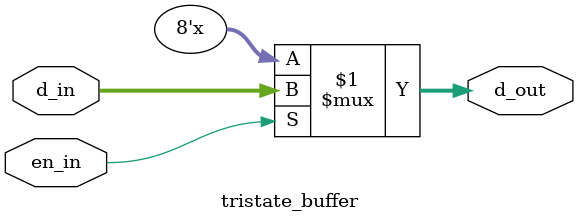
<source format=v>
`timescale 1ns / 1ps


module tristate_buffer #(parameter DATA_WIDTH = 8) (
                        input [DATA_WIDTH-1:0] d_in,
                        input en_in,
                        output [DATA_WIDTH-1:0] d_out
                        );
                        
    assign #4 d_out = en_in ? d_in : 8'bzzzz_zzzz;
    
endmodule

</source>
